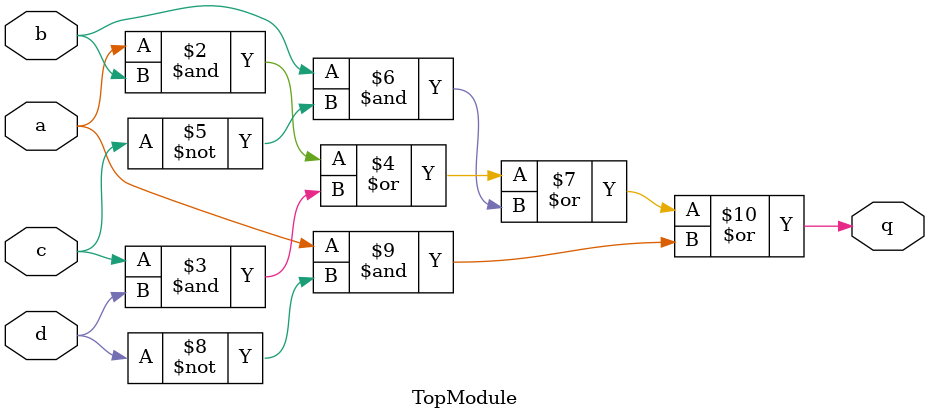
<source format=sv>
module TopModule (
    input logic a,
    input logic b,
    input logic c,
    input logic d,
    output logic q
);

always @(*) begin
    q = (a & b) | (c & d) | (b & ~c) | (a & ~d);
end

endmodule
</source>
